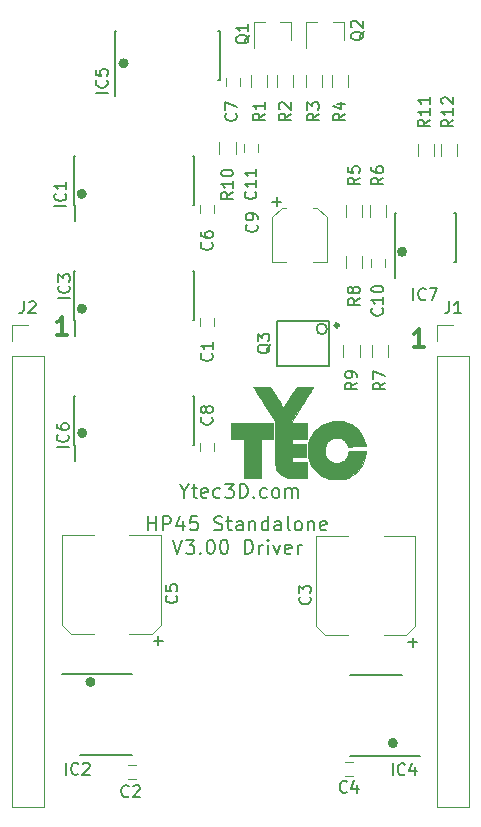
<source format=gto>
G04 #@! TF.FileFunction,Legend,Top*
%FSLAX46Y46*%
G04 Gerber Fmt 4.6, Leading zero omitted, Abs format (unit mm)*
G04 Created by KiCad (PCBNEW 4.0.6) date 03/31/18 20:17:10*
%MOMM*%
%LPD*%
G01*
G04 APERTURE LIST*
%ADD10C,0.100000*%
%ADD11C,0.400000*%
%ADD12C,0.300000*%
%ADD13C,0.200000*%
%ADD14C,0.150000*%
%ADD15C,0.120000*%
%ADD16C,0.010000*%
G04 APERTURE END LIST*
D10*
D11*
X87526385Y-78875000D02*
G75*
G03X87526385Y-78875000I-226385J0D01*
G01*
X113126385Y-84050000D02*
G75*
G03X113126385Y-84050000I-226385J0D01*
G01*
X86776385Y-37550000D02*
G75*
G03X86776385Y-37550000I-226385J0D01*
G01*
X113901385Y-42450000D02*
G75*
G03X113901385Y-42450000I-226385J0D01*
G01*
X90326385Y-26500000D02*
G75*
G03X90326385Y-26500000I-226385J0D01*
G01*
X86801385Y-47275000D02*
G75*
G03X86801385Y-47275000I-226385J0D01*
G01*
X86826385Y-57800000D02*
G75*
G03X86826385Y-57800000I-226385J0D01*
G01*
D12*
X115528572Y-50478571D02*
X114671429Y-50478571D01*
X115100001Y-50478571D02*
X115100001Y-48978571D01*
X114957144Y-49192857D01*
X114814286Y-49335714D01*
X114671429Y-49407143D01*
X85328572Y-49478571D02*
X84471429Y-49478571D01*
X84900001Y-49478571D02*
X84900001Y-47978571D01*
X84757144Y-48192857D01*
X84614286Y-48335714D01*
X84471429Y-48407143D01*
D13*
X92182144Y-66042857D02*
X92182144Y-64842857D01*
X92182144Y-65414286D02*
X92867859Y-65414286D01*
X92867859Y-66042857D02*
X92867859Y-64842857D01*
X93439287Y-66042857D02*
X93439287Y-64842857D01*
X93896430Y-64842857D01*
X94010716Y-64900000D01*
X94067859Y-64957143D01*
X94125002Y-65071429D01*
X94125002Y-65242857D01*
X94067859Y-65357143D01*
X94010716Y-65414286D01*
X93896430Y-65471429D01*
X93439287Y-65471429D01*
X95153573Y-65242857D02*
X95153573Y-66042857D01*
X94867859Y-64785714D02*
X94582144Y-65642857D01*
X95325002Y-65642857D01*
X96353573Y-64842857D02*
X95782144Y-64842857D01*
X95725001Y-65414286D01*
X95782144Y-65357143D01*
X95896430Y-65300000D01*
X96182144Y-65300000D01*
X96296430Y-65357143D01*
X96353573Y-65414286D01*
X96410716Y-65528571D01*
X96410716Y-65814286D01*
X96353573Y-65928571D01*
X96296430Y-65985714D01*
X96182144Y-66042857D01*
X95896430Y-66042857D01*
X95782144Y-65985714D01*
X95725001Y-65928571D01*
X97782144Y-65985714D02*
X97953573Y-66042857D01*
X98239287Y-66042857D01*
X98353573Y-65985714D01*
X98410716Y-65928571D01*
X98467859Y-65814286D01*
X98467859Y-65700000D01*
X98410716Y-65585714D01*
X98353573Y-65528571D01*
X98239287Y-65471429D01*
X98010716Y-65414286D01*
X97896430Y-65357143D01*
X97839287Y-65300000D01*
X97782144Y-65185714D01*
X97782144Y-65071429D01*
X97839287Y-64957143D01*
X97896430Y-64900000D01*
X98010716Y-64842857D01*
X98296430Y-64842857D01*
X98467859Y-64900000D01*
X98810716Y-65242857D02*
X99267859Y-65242857D01*
X98982144Y-64842857D02*
X98982144Y-65871429D01*
X99039287Y-65985714D01*
X99153573Y-66042857D01*
X99267859Y-66042857D01*
X100182144Y-66042857D02*
X100182144Y-65414286D01*
X100125001Y-65300000D01*
X100010715Y-65242857D01*
X99782144Y-65242857D01*
X99667858Y-65300000D01*
X100182144Y-65985714D02*
X100067858Y-66042857D01*
X99782144Y-66042857D01*
X99667858Y-65985714D01*
X99610715Y-65871429D01*
X99610715Y-65757143D01*
X99667858Y-65642857D01*
X99782144Y-65585714D01*
X100067858Y-65585714D01*
X100182144Y-65528571D01*
X100753572Y-65242857D02*
X100753572Y-66042857D01*
X100753572Y-65357143D02*
X100810715Y-65300000D01*
X100925001Y-65242857D01*
X101096429Y-65242857D01*
X101210715Y-65300000D01*
X101267858Y-65414286D01*
X101267858Y-66042857D01*
X102353572Y-66042857D02*
X102353572Y-64842857D01*
X102353572Y-65985714D02*
X102239286Y-66042857D01*
X102010715Y-66042857D01*
X101896429Y-65985714D01*
X101839286Y-65928571D01*
X101782143Y-65814286D01*
X101782143Y-65471429D01*
X101839286Y-65357143D01*
X101896429Y-65300000D01*
X102010715Y-65242857D01*
X102239286Y-65242857D01*
X102353572Y-65300000D01*
X103439286Y-66042857D02*
X103439286Y-65414286D01*
X103382143Y-65300000D01*
X103267857Y-65242857D01*
X103039286Y-65242857D01*
X102925000Y-65300000D01*
X103439286Y-65985714D02*
X103325000Y-66042857D01*
X103039286Y-66042857D01*
X102925000Y-65985714D01*
X102867857Y-65871429D01*
X102867857Y-65757143D01*
X102925000Y-65642857D01*
X103039286Y-65585714D01*
X103325000Y-65585714D01*
X103439286Y-65528571D01*
X104182143Y-66042857D02*
X104067857Y-65985714D01*
X104010714Y-65871429D01*
X104010714Y-64842857D01*
X104810714Y-66042857D02*
X104696428Y-65985714D01*
X104639285Y-65928571D01*
X104582142Y-65814286D01*
X104582142Y-65471429D01*
X104639285Y-65357143D01*
X104696428Y-65300000D01*
X104810714Y-65242857D01*
X104982142Y-65242857D01*
X105096428Y-65300000D01*
X105153571Y-65357143D01*
X105210714Y-65471429D01*
X105210714Y-65814286D01*
X105153571Y-65928571D01*
X105096428Y-65985714D01*
X104982142Y-66042857D01*
X104810714Y-66042857D01*
X105724999Y-65242857D02*
X105724999Y-66042857D01*
X105724999Y-65357143D02*
X105782142Y-65300000D01*
X105896428Y-65242857D01*
X106067856Y-65242857D01*
X106182142Y-65300000D01*
X106239285Y-65414286D01*
X106239285Y-66042857D01*
X107267856Y-65985714D02*
X107153570Y-66042857D01*
X106924999Y-66042857D01*
X106810713Y-65985714D01*
X106753570Y-65871429D01*
X106753570Y-65414286D01*
X106810713Y-65300000D01*
X106924999Y-65242857D01*
X107153570Y-65242857D01*
X107267856Y-65300000D01*
X107324999Y-65414286D01*
X107324999Y-65528571D01*
X106753570Y-65642857D01*
X94267858Y-66842857D02*
X94667858Y-68042857D01*
X95067858Y-66842857D01*
X95353572Y-66842857D02*
X96096429Y-66842857D01*
X95696429Y-67300000D01*
X95867857Y-67300000D01*
X95982143Y-67357143D01*
X96039286Y-67414286D01*
X96096429Y-67528571D01*
X96096429Y-67814286D01*
X96039286Y-67928571D01*
X95982143Y-67985714D01*
X95867857Y-68042857D01*
X95525000Y-68042857D01*
X95410714Y-67985714D01*
X95353572Y-67928571D01*
X96610714Y-67928571D02*
X96667857Y-67985714D01*
X96610714Y-68042857D01*
X96553571Y-67985714D01*
X96610714Y-67928571D01*
X96610714Y-68042857D01*
X97410715Y-66842857D02*
X97525000Y-66842857D01*
X97639286Y-66900000D01*
X97696429Y-66957143D01*
X97753572Y-67071429D01*
X97810715Y-67300000D01*
X97810715Y-67585714D01*
X97753572Y-67814286D01*
X97696429Y-67928571D01*
X97639286Y-67985714D01*
X97525000Y-68042857D01*
X97410715Y-68042857D01*
X97296429Y-67985714D01*
X97239286Y-67928571D01*
X97182143Y-67814286D01*
X97125000Y-67585714D01*
X97125000Y-67300000D01*
X97182143Y-67071429D01*
X97239286Y-66957143D01*
X97296429Y-66900000D01*
X97410715Y-66842857D01*
X98553572Y-66842857D02*
X98667857Y-66842857D01*
X98782143Y-66900000D01*
X98839286Y-66957143D01*
X98896429Y-67071429D01*
X98953572Y-67300000D01*
X98953572Y-67585714D01*
X98896429Y-67814286D01*
X98839286Y-67928571D01*
X98782143Y-67985714D01*
X98667857Y-68042857D01*
X98553572Y-68042857D01*
X98439286Y-67985714D01*
X98382143Y-67928571D01*
X98325000Y-67814286D01*
X98267857Y-67585714D01*
X98267857Y-67300000D01*
X98325000Y-67071429D01*
X98382143Y-66957143D01*
X98439286Y-66900000D01*
X98553572Y-66842857D01*
X100382143Y-68042857D02*
X100382143Y-66842857D01*
X100667858Y-66842857D01*
X100839286Y-66900000D01*
X100953572Y-67014286D01*
X101010715Y-67128571D01*
X101067858Y-67357143D01*
X101067858Y-67528571D01*
X101010715Y-67757143D01*
X100953572Y-67871429D01*
X100839286Y-67985714D01*
X100667858Y-68042857D01*
X100382143Y-68042857D01*
X101582143Y-68042857D02*
X101582143Y-67242857D01*
X101582143Y-67471429D02*
X101639286Y-67357143D01*
X101696429Y-67300000D01*
X101810715Y-67242857D01*
X101925000Y-67242857D01*
X102325000Y-68042857D02*
X102325000Y-67242857D01*
X102325000Y-66842857D02*
X102267857Y-66900000D01*
X102325000Y-66957143D01*
X102382143Y-66900000D01*
X102325000Y-66842857D01*
X102325000Y-66957143D01*
X102782144Y-67242857D02*
X103067858Y-68042857D01*
X103353572Y-67242857D01*
X104267858Y-67985714D02*
X104153572Y-68042857D01*
X103925001Y-68042857D01*
X103810715Y-67985714D01*
X103753572Y-67871429D01*
X103753572Y-67414286D01*
X103810715Y-67300000D01*
X103925001Y-67242857D01*
X104153572Y-67242857D01*
X104267858Y-67300000D01*
X104325001Y-67414286D01*
X104325001Y-67528571D01*
X103753572Y-67642857D01*
X104839286Y-68042857D02*
X104839286Y-67242857D01*
X104839286Y-67471429D02*
X104896429Y-67357143D01*
X104953572Y-67300000D01*
X105067858Y-67242857D01*
X105182143Y-67242857D01*
X95239287Y-62721429D02*
X95239287Y-63292857D01*
X94839287Y-62092857D02*
X95239287Y-62721429D01*
X95639287Y-62092857D01*
X95867858Y-62492857D02*
X96325001Y-62492857D01*
X96039286Y-62092857D02*
X96039286Y-63121429D01*
X96096429Y-63235714D01*
X96210715Y-63292857D01*
X96325001Y-63292857D01*
X97182143Y-63235714D02*
X97067857Y-63292857D01*
X96839286Y-63292857D01*
X96725000Y-63235714D01*
X96667857Y-63121429D01*
X96667857Y-62664286D01*
X96725000Y-62550000D01*
X96839286Y-62492857D01*
X97067857Y-62492857D01*
X97182143Y-62550000D01*
X97239286Y-62664286D01*
X97239286Y-62778571D01*
X96667857Y-62892857D01*
X98267857Y-63235714D02*
X98153571Y-63292857D01*
X97925000Y-63292857D01*
X97810714Y-63235714D01*
X97753571Y-63178571D01*
X97696428Y-63064286D01*
X97696428Y-62721429D01*
X97753571Y-62607143D01*
X97810714Y-62550000D01*
X97925000Y-62492857D01*
X98153571Y-62492857D01*
X98267857Y-62550000D01*
X98667857Y-62092857D02*
X99410714Y-62092857D01*
X99010714Y-62550000D01*
X99182142Y-62550000D01*
X99296428Y-62607143D01*
X99353571Y-62664286D01*
X99410714Y-62778571D01*
X99410714Y-63064286D01*
X99353571Y-63178571D01*
X99296428Y-63235714D01*
X99182142Y-63292857D01*
X98839285Y-63292857D01*
X98724999Y-63235714D01*
X98667857Y-63178571D01*
X99924999Y-63292857D02*
X99924999Y-62092857D01*
X100210714Y-62092857D01*
X100382142Y-62150000D01*
X100496428Y-62264286D01*
X100553571Y-62378571D01*
X100610714Y-62607143D01*
X100610714Y-62778571D01*
X100553571Y-63007143D01*
X100496428Y-63121429D01*
X100382142Y-63235714D01*
X100210714Y-63292857D01*
X99924999Y-63292857D01*
X101124999Y-63178571D02*
X101182142Y-63235714D01*
X101124999Y-63292857D01*
X101067856Y-63235714D01*
X101124999Y-63178571D01*
X101124999Y-63292857D01*
X102210714Y-63235714D02*
X102096428Y-63292857D01*
X101867857Y-63292857D01*
X101753571Y-63235714D01*
X101696428Y-63178571D01*
X101639285Y-63064286D01*
X101639285Y-62721429D01*
X101696428Y-62607143D01*
X101753571Y-62550000D01*
X101867857Y-62492857D01*
X102096428Y-62492857D01*
X102210714Y-62550000D01*
X102896428Y-63292857D02*
X102782142Y-63235714D01*
X102724999Y-63178571D01*
X102667856Y-63064286D01*
X102667856Y-62721429D01*
X102724999Y-62607143D01*
X102782142Y-62550000D01*
X102896428Y-62492857D01*
X103067856Y-62492857D01*
X103182142Y-62550000D01*
X103239285Y-62607143D01*
X103296428Y-62721429D01*
X103296428Y-63064286D01*
X103239285Y-63178571D01*
X103182142Y-63235714D01*
X103067856Y-63292857D01*
X102896428Y-63292857D01*
X103810713Y-63292857D02*
X103810713Y-62492857D01*
X103810713Y-62607143D02*
X103867856Y-62550000D01*
X103982142Y-62492857D01*
X104153570Y-62492857D01*
X104267856Y-62550000D01*
X104324999Y-62664286D01*
X104324999Y-63292857D01*
X104324999Y-62664286D02*
X104382142Y-62550000D01*
X104496428Y-62492857D01*
X104667856Y-62492857D01*
X104782142Y-62550000D01*
X104839285Y-62664286D01*
X104839285Y-63292857D01*
D14*
X85925000Y-48200000D02*
X85950000Y-48200000D01*
X85925000Y-44050000D02*
X86030000Y-44050000D01*
X96075000Y-44050000D02*
X95970000Y-44050000D01*
X96075000Y-48200000D02*
X95970000Y-48200000D01*
X85925000Y-48200000D02*
X85925000Y-44050000D01*
X96075000Y-48200000D02*
X96075000Y-44050000D01*
X85950000Y-48200000D02*
X85950000Y-49575000D01*
D15*
X96600000Y-48750000D02*
X96600000Y-48050000D01*
X97800000Y-48050000D02*
X97800000Y-48750000D01*
X91150000Y-87125000D02*
X90450000Y-87125000D01*
X90450000Y-85925000D02*
X91150000Y-85925000D01*
X114790000Y-66560000D02*
X112110000Y-66560000D01*
X106410000Y-66560000D02*
X109090000Y-66560000D01*
X107170000Y-74940000D02*
X109090000Y-74940000D01*
X114030000Y-74940000D02*
X112110000Y-74940000D01*
X114790000Y-66560000D02*
X114790000Y-74180000D01*
X114790000Y-74180000D02*
X114030000Y-74940000D01*
X107170000Y-74940000D02*
X106410000Y-74180000D01*
X106410000Y-74180000D02*
X106410000Y-66560000D01*
X109550000Y-86850000D02*
X108850000Y-86850000D01*
X108850000Y-85650000D02*
X109550000Y-85650000D01*
X96600000Y-39200000D02*
X96600000Y-38500000D01*
X97800000Y-38500000D02*
X97800000Y-39200000D01*
X98800000Y-28400000D02*
X98800000Y-27700000D01*
X100000000Y-27700000D02*
X100000000Y-28400000D01*
X96600000Y-59350000D02*
X96600000Y-58650000D01*
X97800000Y-58650000D02*
X97800000Y-59350000D01*
X103480000Y-38710000D02*
X103880000Y-38710000D01*
X102710000Y-43290000D02*
X103880000Y-43290000D01*
X107290000Y-43290000D02*
X106120000Y-43290000D01*
X106520000Y-38710000D02*
X106120000Y-38710000D01*
X102710000Y-39480000D02*
X102710000Y-43290000D01*
X102710000Y-39480000D02*
X103480000Y-38710000D01*
X107290000Y-39480000D02*
X107290000Y-43290000D01*
X107290000Y-39480000D02*
X106520000Y-38710000D01*
X111039708Y-43741646D02*
X111039708Y-43041646D01*
X112239708Y-43041646D02*
X112239708Y-43741646D01*
X101500000Y-33300000D02*
X101500000Y-34000000D01*
X100300000Y-34000000D02*
X100300000Y-33300000D01*
D14*
X85925000Y-38475000D02*
X85950000Y-38475000D01*
X85925000Y-34325000D02*
X86030000Y-34325000D01*
X96075000Y-34325000D02*
X95970000Y-34325000D01*
X96075000Y-38475000D02*
X95970000Y-38475000D01*
X85925000Y-38475000D02*
X85925000Y-34325000D01*
X96075000Y-38475000D02*
X96075000Y-34325000D01*
X85950000Y-38475000D02*
X85950000Y-39850000D01*
X86400000Y-85075000D02*
X90850000Y-85075000D01*
X84875000Y-78175000D02*
X90850000Y-78175000D01*
X113700000Y-78250000D02*
X109250000Y-78250000D01*
X115225000Y-85150000D02*
X109250000Y-85150000D01*
X89350000Y-27875000D02*
X89375000Y-27875000D01*
X89350000Y-23725000D02*
X89465000Y-23725000D01*
X98250000Y-23725000D02*
X98135000Y-23725000D01*
X98250000Y-27875000D02*
X98135000Y-27875000D01*
X89350000Y-27875000D02*
X89350000Y-23725000D01*
X98250000Y-27875000D02*
X98250000Y-23725000D01*
X89375000Y-27875000D02*
X89375000Y-29250000D01*
X85925000Y-58775000D02*
X85950000Y-58775000D01*
X85925000Y-54625000D02*
X86030000Y-54625000D01*
X96075000Y-54625000D02*
X95970000Y-54625000D01*
X96075000Y-58775000D02*
X95970000Y-58775000D01*
X85925000Y-58775000D02*
X85925000Y-54625000D01*
X96075000Y-58775000D02*
X96075000Y-54625000D01*
X85950000Y-58775000D02*
X85950000Y-60150000D01*
X113064708Y-43316646D02*
X113114708Y-43316646D01*
X113064708Y-39166646D02*
X113209708Y-39166646D01*
X118214708Y-39166646D02*
X118069708Y-39166646D01*
X118214708Y-43316646D02*
X118069708Y-43316646D01*
X113064708Y-43316646D02*
X113064708Y-39166646D01*
X118214708Y-43316646D02*
X118214708Y-39166646D01*
X113114708Y-43316646D02*
X113114708Y-44716646D01*
D15*
X104280000Y-23040000D02*
X103350000Y-23040000D01*
X101120000Y-23040000D02*
X102050000Y-23040000D01*
X101120000Y-23040000D02*
X101120000Y-25200000D01*
X104280000Y-23040000D02*
X104280000Y-24500000D01*
X108730000Y-23040000D02*
X107800000Y-23040000D01*
X105570000Y-23040000D02*
X106500000Y-23040000D01*
X105570000Y-23040000D02*
X105570000Y-25200000D01*
X108730000Y-23040000D02*
X108730000Y-24500000D01*
D12*
X108293921Y-48670000D02*
G75*
G03X108293921Y-48670000I-141421J0D01*
G01*
D14*
X107331513Y-48987500D02*
G75*
G03X107331513Y-48987500I-449013J0D01*
G01*
X107517500Y-48352500D02*
X103072500Y-48352500D01*
X103072500Y-48352500D02*
X103072500Y-52162500D01*
X103072500Y-52162500D02*
X107517500Y-52162500D01*
X107517500Y-52162500D02*
X107517500Y-48352500D01*
D15*
X100920000Y-28500000D02*
X100920000Y-27500000D01*
X102280000Y-27500000D02*
X102280000Y-28500000D01*
X103120000Y-28500000D02*
X103120000Y-27500000D01*
X104480000Y-27500000D02*
X104480000Y-28500000D01*
X105520000Y-28500000D02*
X105520000Y-27500000D01*
X106880000Y-27500000D02*
X106880000Y-28500000D01*
X107720000Y-28500000D02*
X107720000Y-27500000D01*
X109080000Y-27500000D02*
X109080000Y-28500000D01*
X108959708Y-39491646D02*
X108959708Y-38491646D01*
X110319708Y-38491646D02*
X110319708Y-39491646D01*
X112319708Y-38491646D02*
X112319708Y-39491646D01*
X110959708Y-39491646D02*
X110959708Y-38491646D01*
X112480000Y-50357029D02*
X112480000Y-51357029D01*
X111120000Y-51357029D02*
X111120000Y-50357029D01*
X108959708Y-43841646D02*
X108959708Y-42841646D01*
X110319708Y-42841646D02*
X110319708Y-43841646D01*
X108720000Y-51357029D02*
X108720000Y-50357029D01*
X110080000Y-50357029D02*
X110080000Y-51357029D01*
X99580000Y-33150000D02*
X99580000Y-34150000D01*
X98220000Y-34150000D02*
X98220000Y-33150000D01*
X116365219Y-33323175D02*
X116365219Y-34323175D01*
X115005219Y-34323175D02*
X115005219Y-33323175D01*
X118365219Y-33323175D02*
X118365219Y-34323175D01*
X117005219Y-34323175D02*
X117005219Y-33323175D01*
X116670000Y-51270000D02*
X116670000Y-89430000D01*
X116670000Y-89430000D02*
X119330000Y-89430000D01*
X119330000Y-89430000D02*
X119330000Y-51270000D01*
X119330000Y-51270000D02*
X116670000Y-51270000D01*
X116670000Y-50000000D02*
X116670000Y-48670000D01*
X116670000Y-48670000D02*
X118000000Y-48670000D01*
X80670000Y-51270000D02*
X80670000Y-89430000D01*
X80670000Y-89430000D02*
X83330000Y-89430000D01*
X83330000Y-89430000D02*
X83330000Y-51270000D01*
X83330000Y-51270000D02*
X80670000Y-51270000D01*
X80670000Y-50000000D02*
X80670000Y-48670000D01*
X80670000Y-48670000D02*
X82000000Y-48670000D01*
X93265000Y-66410000D02*
X90585000Y-66410000D01*
X84885000Y-66410000D02*
X87565000Y-66410000D01*
X85645000Y-74790000D02*
X87565000Y-74790000D01*
X92505000Y-74790000D02*
X90585000Y-74790000D01*
X93265000Y-66410000D02*
X93265000Y-74030000D01*
X93265000Y-74030000D02*
X92505000Y-74790000D01*
X85645000Y-74790000D02*
X84885000Y-74030000D01*
X84885000Y-74030000D02*
X84885000Y-66410000D01*
D16*
G36*
X108385760Y-56791965D02*
X108643622Y-56822665D01*
X108883424Y-56873493D01*
X109107939Y-56945536D01*
X109319939Y-57039881D01*
X109522196Y-57157616D01*
X109717483Y-57299828D01*
X109751558Y-57327652D01*
X109930716Y-57493703D01*
X110091048Y-57679088D01*
X110232935Y-57884440D01*
X110356754Y-58110389D01*
X110462884Y-58357569D01*
X110551704Y-58626613D01*
X110570551Y-58694746D01*
X110587028Y-58758178D01*
X110599836Y-58810776D01*
X110607709Y-58847094D01*
X110609381Y-58861688D01*
X110609366Y-58861703D01*
X110594789Y-58863411D01*
X110554790Y-58866720D01*
X110492114Y-58871435D01*
X110409502Y-58877364D01*
X110309700Y-58884312D01*
X110195449Y-58892087D01*
X110069494Y-58900494D01*
X109934579Y-58909341D01*
X109927389Y-58909808D01*
X109789127Y-58918855D01*
X109657249Y-58927615D01*
X109534886Y-58935871D01*
X109425166Y-58943405D01*
X109331221Y-58950001D01*
X109256179Y-58955441D01*
X109203169Y-58959508D01*
X109175922Y-58961920D01*
X109131480Y-58965342D01*
X109107200Y-58962030D01*
X109095487Y-58950371D01*
X109093055Y-58944328D01*
X109023454Y-58770747D01*
X108940049Y-58618177D01*
X108843841Y-58487905D01*
X108735829Y-58381222D01*
X108617013Y-58299416D01*
X108576591Y-58278568D01*
X108485259Y-58238396D01*
X108403647Y-58211165D01*
X108321897Y-58194772D01*
X108230152Y-58187111D01*
X108142334Y-58185860D01*
X107971067Y-58198691D01*
X107814263Y-58235579D01*
X107670757Y-58297080D01*
X107539383Y-58383751D01*
X107418977Y-58496148D01*
X107367508Y-58555954D01*
X107277874Y-58688750D01*
X107209112Y-58836671D01*
X107161513Y-58995533D01*
X107135363Y-59161154D01*
X107130954Y-59329349D01*
X107148574Y-59495935D01*
X107188512Y-59656729D01*
X107251056Y-59807547D01*
X107277667Y-59856056D01*
X107330976Y-59933390D01*
X107400709Y-60015259D01*
X107479089Y-60093720D01*
X107558337Y-60160833D01*
X107613302Y-60198725D01*
X107750034Y-60265808D01*
X107898538Y-60310696D01*
X108054180Y-60333537D01*
X108212323Y-60334483D01*
X108368334Y-60313683D01*
X108517575Y-60271286D01*
X108655413Y-60207443D01*
X108725331Y-60162780D01*
X108837058Y-60067930D01*
X108931059Y-59954881D01*
X109008205Y-59822112D01*
X109069367Y-59668104D01*
X109115414Y-59491336D01*
X109118544Y-59475797D01*
X109149986Y-59316437D01*
X109552799Y-59325723D01*
X109680443Y-59328726D01*
X109820381Y-59332122D01*
X109963817Y-59335691D01*
X110101956Y-59339212D01*
X110226002Y-59342465D01*
X110290564Y-59344211D01*
X110625517Y-59353415D01*
X110617307Y-59411180D01*
X110599478Y-59519603D01*
X110575254Y-59642701D01*
X110546736Y-59771328D01*
X110516023Y-59896337D01*
X110485216Y-60008582D01*
X110465639Y-60071872D01*
X110368016Y-60329622D01*
X110251540Y-60567234D01*
X110116544Y-60784304D01*
X109963362Y-60980430D01*
X109792326Y-61155206D01*
X109603770Y-61308230D01*
X109398026Y-61439097D01*
X109292389Y-61494351D01*
X109081032Y-61584149D01*
X108856187Y-61653070D01*
X108614808Y-61701967D01*
X108488056Y-61719048D01*
X108399013Y-61726276D01*
X108290824Y-61730496D01*
X108171781Y-61731787D01*
X108050178Y-61730226D01*
X107934309Y-61725890D01*
X107832466Y-61718857D01*
X107774139Y-61712393D01*
X107520862Y-61666561D01*
X107285184Y-61599958D01*
X107064391Y-61511238D01*
X106855774Y-61399052D01*
X106656620Y-61262056D01*
X106464218Y-61098900D01*
X106384551Y-61022031D01*
X106224509Y-60849762D01*
X106089365Y-60676606D01*
X105976071Y-60497744D01*
X105881578Y-60308355D01*
X105802838Y-60103617D01*
X105801818Y-60100576D01*
X105738205Y-59869344D01*
X105696813Y-59625626D01*
X105677628Y-59374318D01*
X105680635Y-59120313D01*
X105705820Y-58868506D01*
X105753168Y-58623791D01*
X105806838Y-58436879D01*
X105897678Y-58208503D01*
X106014963Y-57988461D01*
X106157792Y-57778122D01*
X106325261Y-57578856D01*
X106465701Y-57438230D01*
X106665893Y-57270474D01*
X106880272Y-57126773D01*
X107107615Y-57007537D01*
X107346698Y-56913181D01*
X107596295Y-56844115D01*
X107855184Y-56800751D01*
X108122139Y-56783503D01*
X108385760Y-56791965D01*
X108385760Y-56791965D01*
G37*
X108385760Y-56791965D02*
X108643622Y-56822665D01*
X108883424Y-56873493D01*
X109107939Y-56945536D01*
X109319939Y-57039881D01*
X109522196Y-57157616D01*
X109717483Y-57299828D01*
X109751558Y-57327652D01*
X109930716Y-57493703D01*
X110091048Y-57679088D01*
X110232935Y-57884440D01*
X110356754Y-58110389D01*
X110462884Y-58357569D01*
X110551704Y-58626613D01*
X110570551Y-58694746D01*
X110587028Y-58758178D01*
X110599836Y-58810776D01*
X110607709Y-58847094D01*
X110609381Y-58861688D01*
X110609366Y-58861703D01*
X110594789Y-58863411D01*
X110554790Y-58866720D01*
X110492114Y-58871435D01*
X110409502Y-58877364D01*
X110309700Y-58884312D01*
X110195449Y-58892087D01*
X110069494Y-58900494D01*
X109934579Y-58909341D01*
X109927389Y-58909808D01*
X109789127Y-58918855D01*
X109657249Y-58927615D01*
X109534886Y-58935871D01*
X109425166Y-58943405D01*
X109331221Y-58950001D01*
X109256179Y-58955441D01*
X109203169Y-58959508D01*
X109175922Y-58961920D01*
X109131480Y-58965342D01*
X109107200Y-58962030D01*
X109095487Y-58950371D01*
X109093055Y-58944328D01*
X109023454Y-58770747D01*
X108940049Y-58618177D01*
X108843841Y-58487905D01*
X108735829Y-58381222D01*
X108617013Y-58299416D01*
X108576591Y-58278568D01*
X108485259Y-58238396D01*
X108403647Y-58211165D01*
X108321897Y-58194772D01*
X108230152Y-58187111D01*
X108142334Y-58185860D01*
X107971067Y-58198691D01*
X107814263Y-58235579D01*
X107670757Y-58297080D01*
X107539383Y-58383751D01*
X107418977Y-58496148D01*
X107367508Y-58555954D01*
X107277874Y-58688750D01*
X107209112Y-58836671D01*
X107161513Y-58995533D01*
X107135363Y-59161154D01*
X107130954Y-59329349D01*
X107148574Y-59495935D01*
X107188512Y-59656729D01*
X107251056Y-59807547D01*
X107277667Y-59856056D01*
X107330976Y-59933390D01*
X107400709Y-60015259D01*
X107479089Y-60093720D01*
X107558337Y-60160833D01*
X107613302Y-60198725D01*
X107750034Y-60265808D01*
X107898538Y-60310696D01*
X108054180Y-60333537D01*
X108212323Y-60334483D01*
X108368334Y-60313683D01*
X108517575Y-60271286D01*
X108655413Y-60207443D01*
X108725331Y-60162780D01*
X108837058Y-60067930D01*
X108931059Y-59954881D01*
X109008205Y-59822112D01*
X109069367Y-59668104D01*
X109115414Y-59491336D01*
X109118544Y-59475797D01*
X109149986Y-59316437D01*
X109552799Y-59325723D01*
X109680443Y-59328726D01*
X109820381Y-59332122D01*
X109963817Y-59335691D01*
X110101956Y-59339212D01*
X110226002Y-59342465D01*
X110290564Y-59344211D01*
X110625517Y-59353415D01*
X110617307Y-59411180D01*
X110599478Y-59519603D01*
X110575254Y-59642701D01*
X110546736Y-59771328D01*
X110516023Y-59896337D01*
X110485216Y-60008582D01*
X110465639Y-60071872D01*
X110368016Y-60329622D01*
X110251540Y-60567234D01*
X110116544Y-60784304D01*
X109963362Y-60980430D01*
X109792326Y-61155206D01*
X109603770Y-61308230D01*
X109398026Y-61439097D01*
X109292389Y-61494351D01*
X109081032Y-61584149D01*
X108856187Y-61653070D01*
X108614808Y-61701967D01*
X108488056Y-61719048D01*
X108399013Y-61726276D01*
X108290824Y-61730496D01*
X108171781Y-61731787D01*
X108050178Y-61730226D01*
X107934309Y-61725890D01*
X107832466Y-61718857D01*
X107774139Y-61712393D01*
X107520862Y-61666561D01*
X107285184Y-61599958D01*
X107064391Y-61511238D01*
X106855774Y-61399052D01*
X106656620Y-61262056D01*
X106464218Y-61098900D01*
X106384551Y-61022031D01*
X106224509Y-60849762D01*
X106089365Y-60676606D01*
X105976071Y-60497744D01*
X105881578Y-60308355D01*
X105802838Y-60103617D01*
X105801818Y-60100576D01*
X105738205Y-59869344D01*
X105696813Y-59625626D01*
X105677628Y-59374318D01*
X105680635Y-59120313D01*
X105705820Y-58868506D01*
X105753168Y-58623791D01*
X105806838Y-58436879D01*
X105897678Y-58208503D01*
X106014963Y-57988461D01*
X106157792Y-57778122D01*
X106325261Y-57578856D01*
X106465701Y-57438230D01*
X106665893Y-57270474D01*
X106880272Y-57126773D01*
X107107615Y-57007537D01*
X107346698Y-56913181D01*
X107596295Y-56844115D01*
X107855184Y-56800751D01*
X108122139Y-56783503D01*
X108385760Y-56791965D01*
G36*
X102780112Y-58290667D02*
X101707667Y-58290667D01*
X101707667Y-61635000D01*
X100296556Y-61635000D01*
X100296556Y-58290667D01*
X99224112Y-58290667D01*
X99224112Y-56921889D01*
X102780112Y-56921889D01*
X102780112Y-58290667D01*
X102780112Y-58290667D01*
G37*
X102780112Y-58290667D02*
X101707667Y-58290667D01*
X101707667Y-61635000D01*
X100296556Y-61635000D01*
X100296556Y-58290667D01*
X99224112Y-58290667D01*
X99224112Y-56921889D01*
X102780112Y-56921889D01*
X102780112Y-58290667D01*
G36*
X105594586Y-53916430D02*
X105722670Y-53917027D01*
X105839093Y-53917972D01*
X105941165Y-53919223D01*
X106026196Y-53920739D01*
X106091493Y-53922481D01*
X106134368Y-53924406D01*
X106152128Y-53926475D01*
X106152460Y-53926806D01*
X106145032Y-53940643D01*
X106123944Y-53975557D01*
X106090850Y-54028916D01*
X106047404Y-54098091D01*
X105995259Y-54180451D01*
X105936069Y-54273366D01*
X105871488Y-54374205D01*
X105857486Y-54396000D01*
X105801072Y-54483874D01*
X105731468Y-54592464D01*
X105650646Y-54718682D01*
X105560582Y-54859443D01*
X105463248Y-55011658D01*
X105360617Y-55172241D01*
X105254663Y-55338105D01*
X105147360Y-55506163D01*
X105040681Y-55673329D01*
X104947526Y-55819377D01*
X104332334Y-56784143D01*
X104332334Y-59209572D01*
X104332297Y-59526992D01*
X104332183Y-59817250D01*
X104331983Y-60081403D01*
X104331689Y-60320510D01*
X104331294Y-60535632D01*
X104330790Y-60727825D01*
X104330170Y-60898150D01*
X104329425Y-61047665D01*
X104328549Y-61177430D01*
X104327533Y-61288502D01*
X104326369Y-61381942D01*
X104325050Y-61458807D01*
X104323569Y-61520158D01*
X104321916Y-61567052D01*
X104320086Y-61600548D01*
X104318070Y-61621707D01*
X104315860Y-61631585D01*
X104314695Y-61632628D01*
X104289968Y-61629886D01*
X104250858Y-61626071D01*
X104240612Y-61625128D01*
X104153555Y-61613833D01*
X104051916Y-61595366D01*
X103947637Y-61572195D01*
X103852657Y-61546794D01*
X103833167Y-61540827D01*
X103649156Y-61469741D01*
X103485417Y-61379072D01*
X103342158Y-61269080D01*
X103219584Y-61140027D01*
X103117901Y-60992172D01*
X103037315Y-60825778D01*
X102978031Y-60641104D01*
X102940256Y-60438412D01*
X102936225Y-60404362D01*
X102933669Y-60365956D01*
X102931336Y-60299740D01*
X102929231Y-60206127D01*
X102927357Y-60085527D01*
X102925718Y-59938352D01*
X102924315Y-59765014D01*
X102923154Y-59565925D01*
X102922237Y-59341497D01*
X102921567Y-59092140D01*
X102921149Y-58818267D01*
X102920985Y-58527584D01*
X102920748Y-56787834D01*
X102244742Y-55729500D01*
X102084830Y-55479115D01*
X101939535Y-55251541D01*
X101808249Y-55045823D01*
X101690369Y-54861007D01*
X101585288Y-54696137D01*
X101492401Y-54550260D01*
X101411104Y-54422419D01*
X101340790Y-54311661D01*
X101280855Y-54217030D01*
X101230693Y-54137572D01*
X101189699Y-54072332D01*
X101157267Y-54020355D01*
X101132793Y-53980686D01*
X101115670Y-53952371D01*
X101105294Y-53934455D01*
X101101059Y-53925982D01*
X101100889Y-53925228D01*
X101114558Y-53923482D01*
X101153798Y-53921858D01*
X101215955Y-53920387D01*
X101298379Y-53919101D01*
X101398417Y-53918034D01*
X101513418Y-53917218D01*
X101640730Y-53916685D01*
X101777700Y-53916467D01*
X101817028Y-53916467D01*
X102533167Y-53916711D01*
X102746844Y-54258661D01*
X102889450Y-54486764D01*
X103017663Y-54691597D01*
X103131942Y-54873886D01*
X103232747Y-55034359D01*
X103320540Y-55173742D01*
X103395782Y-55292762D01*
X103458932Y-55392145D01*
X103510452Y-55472617D01*
X103550802Y-55534906D01*
X103580444Y-55579738D01*
X103599836Y-55607839D01*
X103609441Y-55619936D01*
X103610299Y-55620526D01*
X103619977Y-55609767D01*
X103643993Y-55577322D01*
X103681089Y-55525027D01*
X103730008Y-55454715D01*
X103789493Y-55368224D01*
X103858287Y-55267388D01*
X103935131Y-55154043D01*
X104018769Y-55030025D01*
X104107943Y-54897168D01*
X104192622Y-54770466D01*
X104762395Y-53916223D01*
X105457531Y-53916223D01*
X105594586Y-53916430D01*
X105594586Y-53916430D01*
G37*
X105594586Y-53916430D02*
X105722670Y-53917027D01*
X105839093Y-53917972D01*
X105941165Y-53919223D01*
X106026196Y-53920739D01*
X106091493Y-53922481D01*
X106134368Y-53924406D01*
X106152128Y-53926475D01*
X106152460Y-53926806D01*
X106145032Y-53940643D01*
X106123944Y-53975557D01*
X106090850Y-54028916D01*
X106047404Y-54098091D01*
X105995259Y-54180451D01*
X105936069Y-54273366D01*
X105871488Y-54374205D01*
X105857486Y-54396000D01*
X105801072Y-54483874D01*
X105731468Y-54592464D01*
X105650646Y-54718682D01*
X105560582Y-54859443D01*
X105463248Y-55011658D01*
X105360617Y-55172241D01*
X105254663Y-55338105D01*
X105147360Y-55506163D01*
X105040681Y-55673329D01*
X104947526Y-55819377D01*
X104332334Y-56784143D01*
X104332334Y-59209572D01*
X104332297Y-59526992D01*
X104332183Y-59817250D01*
X104331983Y-60081403D01*
X104331689Y-60320510D01*
X104331294Y-60535632D01*
X104330790Y-60727825D01*
X104330170Y-60898150D01*
X104329425Y-61047665D01*
X104328549Y-61177430D01*
X104327533Y-61288502D01*
X104326369Y-61381942D01*
X104325050Y-61458807D01*
X104323569Y-61520158D01*
X104321916Y-61567052D01*
X104320086Y-61600548D01*
X104318070Y-61621707D01*
X104315860Y-61631585D01*
X104314695Y-61632628D01*
X104289968Y-61629886D01*
X104250858Y-61626071D01*
X104240612Y-61625128D01*
X104153555Y-61613833D01*
X104051916Y-61595366D01*
X103947637Y-61572195D01*
X103852657Y-61546794D01*
X103833167Y-61540827D01*
X103649156Y-61469741D01*
X103485417Y-61379072D01*
X103342158Y-61269080D01*
X103219584Y-61140027D01*
X103117901Y-60992172D01*
X103037315Y-60825778D01*
X102978031Y-60641104D01*
X102940256Y-60438412D01*
X102936225Y-60404362D01*
X102933669Y-60365956D01*
X102931336Y-60299740D01*
X102929231Y-60206127D01*
X102927357Y-60085527D01*
X102925718Y-59938352D01*
X102924315Y-59765014D01*
X102923154Y-59565925D01*
X102922237Y-59341497D01*
X102921567Y-59092140D01*
X102921149Y-58818267D01*
X102920985Y-58527584D01*
X102920748Y-56787834D01*
X102244742Y-55729500D01*
X102084830Y-55479115D01*
X101939535Y-55251541D01*
X101808249Y-55045823D01*
X101690369Y-54861007D01*
X101585288Y-54696137D01*
X101492401Y-54550260D01*
X101411104Y-54422419D01*
X101340790Y-54311661D01*
X101280855Y-54217030D01*
X101230693Y-54137572D01*
X101189699Y-54072332D01*
X101157267Y-54020355D01*
X101132793Y-53980686D01*
X101115670Y-53952371D01*
X101105294Y-53934455D01*
X101101059Y-53925982D01*
X101100889Y-53925228D01*
X101114558Y-53923482D01*
X101153798Y-53921858D01*
X101215955Y-53920387D01*
X101298379Y-53919101D01*
X101398417Y-53918034D01*
X101513418Y-53917218D01*
X101640730Y-53916685D01*
X101777700Y-53916467D01*
X101817028Y-53916467D01*
X102533167Y-53916711D01*
X102746844Y-54258661D01*
X102889450Y-54486764D01*
X103017663Y-54691597D01*
X103131942Y-54873886D01*
X103232747Y-55034359D01*
X103320540Y-55173742D01*
X103395782Y-55292762D01*
X103458932Y-55392145D01*
X103510452Y-55472617D01*
X103550802Y-55534906D01*
X103580444Y-55579738D01*
X103599836Y-55607839D01*
X103609441Y-55619936D01*
X103610299Y-55620526D01*
X103619977Y-55609767D01*
X103643993Y-55577322D01*
X103681089Y-55525027D01*
X103730008Y-55454715D01*
X103789493Y-55368224D01*
X103858287Y-55267388D01*
X103935131Y-55154043D01*
X104018769Y-55030025D01*
X104107943Y-54897168D01*
X104192622Y-54770466D01*
X104762395Y-53916223D01*
X105457531Y-53916223D01*
X105594586Y-53916430D01*
G36*
X105630556Y-61635000D02*
X104473445Y-61635000D01*
X104473445Y-60266223D01*
X105630556Y-60266223D01*
X105630556Y-61635000D01*
X105630556Y-61635000D01*
G37*
X105630556Y-61635000D02*
X104473445Y-61635000D01*
X104473445Y-60266223D01*
X105630556Y-60266223D01*
X105630556Y-61635000D01*
G36*
X105531778Y-59800556D02*
X104473445Y-59800556D01*
X104473445Y-58742223D01*
X105531778Y-58742223D01*
X105531778Y-59800556D01*
X105531778Y-59800556D01*
G37*
X105531778Y-59800556D02*
X104473445Y-59800556D01*
X104473445Y-58742223D01*
X105531778Y-58742223D01*
X105531778Y-59800556D01*
G36*
X105630556Y-58290667D02*
X104473445Y-58290667D01*
X104473445Y-56921889D01*
X105630556Y-56921889D01*
X105630556Y-58290667D01*
X105630556Y-58290667D01*
G37*
X105630556Y-58290667D02*
X104473445Y-58290667D01*
X104473445Y-56921889D01*
X105630556Y-56921889D01*
X105630556Y-58290667D01*
D14*
X85552381Y-46376190D02*
X84552381Y-46376190D01*
X85457143Y-45328571D02*
X85504762Y-45376190D01*
X85552381Y-45519047D01*
X85552381Y-45614285D01*
X85504762Y-45757143D01*
X85409524Y-45852381D01*
X85314286Y-45900000D01*
X85123810Y-45947619D01*
X84980952Y-45947619D01*
X84790476Y-45900000D01*
X84695238Y-45852381D01*
X84600000Y-45757143D01*
X84552381Y-45614285D01*
X84552381Y-45519047D01*
X84600000Y-45376190D01*
X84647619Y-45328571D01*
X84552381Y-44995238D02*
X84552381Y-44376190D01*
X84933333Y-44709524D01*
X84933333Y-44566666D01*
X84980952Y-44471428D01*
X85028571Y-44423809D01*
X85123810Y-44376190D01*
X85361905Y-44376190D01*
X85457143Y-44423809D01*
X85504762Y-44471428D01*
X85552381Y-44566666D01*
X85552381Y-44852381D01*
X85504762Y-44947619D01*
X85457143Y-44995238D01*
X97557143Y-51066666D02*
X97604762Y-51114285D01*
X97652381Y-51257142D01*
X97652381Y-51352380D01*
X97604762Y-51495238D01*
X97509524Y-51590476D01*
X97414286Y-51638095D01*
X97223810Y-51685714D01*
X97080952Y-51685714D01*
X96890476Y-51638095D01*
X96795238Y-51590476D01*
X96700000Y-51495238D01*
X96652381Y-51352380D01*
X96652381Y-51257142D01*
X96700000Y-51114285D01*
X96747619Y-51066666D01*
X97652381Y-50114285D02*
X97652381Y-50685714D01*
X97652381Y-50400000D02*
X96652381Y-50400000D01*
X96795238Y-50495238D01*
X96890476Y-50590476D01*
X96938095Y-50685714D01*
X90533334Y-88532143D02*
X90485715Y-88579762D01*
X90342858Y-88627381D01*
X90247620Y-88627381D01*
X90104762Y-88579762D01*
X90009524Y-88484524D01*
X89961905Y-88389286D01*
X89914286Y-88198810D01*
X89914286Y-88055952D01*
X89961905Y-87865476D01*
X90009524Y-87770238D01*
X90104762Y-87675000D01*
X90247620Y-87627381D01*
X90342858Y-87627381D01*
X90485715Y-87675000D01*
X90533334Y-87722619D01*
X90914286Y-87722619D02*
X90961905Y-87675000D01*
X91057143Y-87627381D01*
X91295239Y-87627381D01*
X91390477Y-87675000D01*
X91438096Y-87722619D01*
X91485715Y-87817857D01*
X91485715Y-87913095D01*
X91438096Y-88055952D01*
X90866667Y-88627381D01*
X91485715Y-88627381D01*
X105857143Y-71666666D02*
X105904762Y-71714285D01*
X105952381Y-71857142D01*
X105952381Y-71952380D01*
X105904762Y-72095238D01*
X105809524Y-72190476D01*
X105714286Y-72238095D01*
X105523810Y-72285714D01*
X105380952Y-72285714D01*
X105190476Y-72238095D01*
X105095238Y-72190476D01*
X105000000Y-72095238D01*
X104952381Y-71952380D01*
X104952381Y-71857142D01*
X105000000Y-71714285D01*
X105047619Y-71666666D01*
X104952381Y-71333333D02*
X104952381Y-70714285D01*
X105333333Y-71047619D01*
X105333333Y-70904761D01*
X105380952Y-70809523D01*
X105428571Y-70761904D01*
X105523810Y-70714285D01*
X105761905Y-70714285D01*
X105857143Y-70761904D01*
X105904762Y-70809523D01*
X105952381Y-70904761D01*
X105952381Y-71190476D01*
X105904762Y-71285714D01*
X105857143Y-71333333D01*
X114571429Y-75910952D02*
X114571429Y-75149047D01*
X114952381Y-75529999D02*
X114190476Y-75529999D01*
X109008334Y-88157143D02*
X108960715Y-88204762D01*
X108817858Y-88252381D01*
X108722620Y-88252381D01*
X108579762Y-88204762D01*
X108484524Y-88109524D01*
X108436905Y-88014286D01*
X108389286Y-87823810D01*
X108389286Y-87680952D01*
X108436905Y-87490476D01*
X108484524Y-87395238D01*
X108579762Y-87300000D01*
X108722620Y-87252381D01*
X108817858Y-87252381D01*
X108960715Y-87300000D01*
X109008334Y-87347619D01*
X109865477Y-87585714D02*
X109865477Y-88252381D01*
X109627381Y-87204762D02*
X109389286Y-87919048D01*
X110008334Y-87919048D01*
X97557143Y-41666666D02*
X97604762Y-41714285D01*
X97652381Y-41857142D01*
X97652381Y-41952380D01*
X97604762Y-42095238D01*
X97509524Y-42190476D01*
X97414286Y-42238095D01*
X97223810Y-42285714D01*
X97080952Y-42285714D01*
X96890476Y-42238095D01*
X96795238Y-42190476D01*
X96700000Y-42095238D01*
X96652381Y-41952380D01*
X96652381Y-41857142D01*
X96700000Y-41714285D01*
X96747619Y-41666666D01*
X96652381Y-40809523D02*
X96652381Y-41000000D01*
X96700000Y-41095238D01*
X96747619Y-41142857D01*
X96890476Y-41238095D01*
X97080952Y-41285714D01*
X97461905Y-41285714D01*
X97557143Y-41238095D01*
X97604762Y-41190476D01*
X97652381Y-41095238D01*
X97652381Y-40904761D01*
X97604762Y-40809523D01*
X97557143Y-40761904D01*
X97461905Y-40714285D01*
X97223810Y-40714285D01*
X97128571Y-40761904D01*
X97080952Y-40809523D01*
X97033333Y-40904761D01*
X97033333Y-41095238D01*
X97080952Y-41190476D01*
X97128571Y-41238095D01*
X97223810Y-41285714D01*
X99607143Y-30746666D02*
X99654762Y-30794285D01*
X99702381Y-30937142D01*
X99702381Y-31032380D01*
X99654762Y-31175238D01*
X99559524Y-31270476D01*
X99464286Y-31318095D01*
X99273810Y-31365714D01*
X99130952Y-31365714D01*
X98940476Y-31318095D01*
X98845238Y-31270476D01*
X98750000Y-31175238D01*
X98702381Y-31032380D01*
X98702381Y-30937142D01*
X98750000Y-30794285D01*
X98797619Y-30746666D01*
X98702381Y-30413333D02*
X98702381Y-29746666D01*
X99702381Y-30175238D01*
X97557143Y-56466666D02*
X97604762Y-56514285D01*
X97652381Y-56657142D01*
X97652381Y-56752380D01*
X97604762Y-56895238D01*
X97509524Y-56990476D01*
X97414286Y-57038095D01*
X97223810Y-57085714D01*
X97080952Y-57085714D01*
X96890476Y-57038095D01*
X96795238Y-56990476D01*
X96700000Y-56895238D01*
X96652381Y-56752380D01*
X96652381Y-56657142D01*
X96700000Y-56514285D01*
X96747619Y-56466666D01*
X97080952Y-55895238D02*
X97033333Y-55990476D01*
X96985714Y-56038095D01*
X96890476Y-56085714D01*
X96842857Y-56085714D01*
X96747619Y-56038095D01*
X96700000Y-55990476D01*
X96652381Y-55895238D01*
X96652381Y-55704761D01*
X96700000Y-55609523D01*
X96747619Y-55561904D01*
X96842857Y-55514285D01*
X96890476Y-55514285D01*
X96985714Y-55561904D01*
X97033333Y-55609523D01*
X97080952Y-55704761D01*
X97080952Y-55895238D01*
X97128571Y-55990476D01*
X97176190Y-56038095D01*
X97271429Y-56085714D01*
X97461905Y-56085714D01*
X97557143Y-56038095D01*
X97604762Y-55990476D01*
X97652381Y-55895238D01*
X97652381Y-55704761D01*
X97604762Y-55609523D01*
X97557143Y-55561904D01*
X97461905Y-55514285D01*
X97271429Y-55514285D01*
X97176190Y-55561904D01*
X97128571Y-55609523D01*
X97080952Y-55704761D01*
X101357143Y-40166666D02*
X101404762Y-40214285D01*
X101452381Y-40357142D01*
X101452381Y-40452380D01*
X101404762Y-40595238D01*
X101309524Y-40690476D01*
X101214286Y-40738095D01*
X101023810Y-40785714D01*
X100880952Y-40785714D01*
X100690476Y-40738095D01*
X100595238Y-40690476D01*
X100500000Y-40595238D01*
X100452381Y-40452380D01*
X100452381Y-40357142D01*
X100500000Y-40214285D01*
X100547619Y-40166666D01*
X101452381Y-39690476D02*
X101452381Y-39500000D01*
X101404762Y-39404761D01*
X101357143Y-39357142D01*
X101214286Y-39261904D01*
X101023810Y-39214285D01*
X100642857Y-39214285D01*
X100547619Y-39261904D01*
X100500000Y-39309523D01*
X100452381Y-39404761D01*
X100452381Y-39595238D01*
X100500000Y-39690476D01*
X100547619Y-39738095D01*
X100642857Y-39785714D01*
X100880952Y-39785714D01*
X100976190Y-39738095D01*
X101023810Y-39690476D01*
X101071429Y-39595238D01*
X101071429Y-39404761D01*
X101023810Y-39309523D01*
X100976190Y-39261904D01*
X100880952Y-39214285D01*
X103061429Y-38600952D02*
X103061429Y-37839047D01*
X103442381Y-38219999D02*
X102680476Y-38219999D01*
X111996851Y-47234503D02*
X112044470Y-47282122D01*
X112092089Y-47424979D01*
X112092089Y-47520217D01*
X112044470Y-47663075D01*
X111949232Y-47758313D01*
X111853994Y-47805932D01*
X111663518Y-47853551D01*
X111520660Y-47853551D01*
X111330184Y-47805932D01*
X111234946Y-47758313D01*
X111139708Y-47663075D01*
X111092089Y-47520217D01*
X111092089Y-47424979D01*
X111139708Y-47282122D01*
X111187327Y-47234503D01*
X112092089Y-46282122D02*
X112092089Y-46853551D01*
X112092089Y-46567837D02*
X111092089Y-46567837D01*
X111234946Y-46663075D01*
X111330184Y-46758313D01*
X111377803Y-46853551D01*
X111092089Y-45663075D02*
X111092089Y-45567836D01*
X111139708Y-45472598D01*
X111187327Y-45424979D01*
X111282565Y-45377360D01*
X111473041Y-45329741D01*
X111711137Y-45329741D01*
X111901613Y-45377360D01*
X111996851Y-45424979D01*
X112044470Y-45472598D01*
X112092089Y-45567836D01*
X112092089Y-45663075D01*
X112044470Y-45758313D01*
X111996851Y-45805932D01*
X111901613Y-45853551D01*
X111711137Y-45901170D01*
X111473041Y-45901170D01*
X111282565Y-45853551D01*
X111187327Y-45805932D01*
X111139708Y-45758313D01*
X111092089Y-45663075D01*
X101257143Y-37372857D02*
X101304762Y-37420476D01*
X101352381Y-37563333D01*
X101352381Y-37658571D01*
X101304762Y-37801429D01*
X101209524Y-37896667D01*
X101114286Y-37944286D01*
X100923810Y-37991905D01*
X100780952Y-37991905D01*
X100590476Y-37944286D01*
X100495238Y-37896667D01*
X100400000Y-37801429D01*
X100352381Y-37658571D01*
X100352381Y-37563333D01*
X100400000Y-37420476D01*
X100447619Y-37372857D01*
X101352381Y-36420476D02*
X101352381Y-36991905D01*
X101352381Y-36706191D02*
X100352381Y-36706191D01*
X100495238Y-36801429D01*
X100590476Y-36896667D01*
X100638095Y-36991905D01*
X101352381Y-35468095D02*
X101352381Y-36039524D01*
X101352381Y-35753810D02*
X100352381Y-35753810D01*
X100495238Y-35849048D01*
X100590476Y-35944286D01*
X100638095Y-36039524D01*
X85252381Y-38576190D02*
X84252381Y-38576190D01*
X85157143Y-37528571D02*
X85204762Y-37576190D01*
X85252381Y-37719047D01*
X85252381Y-37814285D01*
X85204762Y-37957143D01*
X85109524Y-38052381D01*
X85014286Y-38100000D01*
X84823810Y-38147619D01*
X84680952Y-38147619D01*
X84490476Y-38100000D01*
X84395238Y-38052381D01*
X84300000Y-37957143D01*
X84252381Y-37814285D01*
X84252381Y-37719047D01*
X84300000Y-37576190D01*
X84347619Y-37528571D01*
X85252381Y-36576190D02*
X85252381Y-37147619D01*
X85252381Y-36861905D02*
X84252381Y-36861905D01*
X84395238Y-36957143D01*
X84490476Y-37052381D01*
X84538095Y-37147619D01*
X85223810Y-86727381D02*
X85223810Y-85727381D01*
X86271429Y-86632143D02*
X86223810Y-86679762D01*
X86080953Y-86727381D01*
X85985715Y-86727381D01*
X85842857Y-86679762D01*
X85747619Y-86584524D01*
X85700000Y-86489286D01*
X85652381Y-86298810D01*
X85652381Y-86155952D01*
X85700000Y-85965476D01*
X85747619Y-85870238D01*
X85842857Y-85775000D01*
X85985715Y-85727381D01*
X86080953Y-85727381D01*
X86223810Y-85775000D01*
X86271429Y-85822619D01*
X86652381Y-85822619D02*
X86700000Y-85775000D01*
X86795238Y-85727381D01*
X87033334Y-85727381D01*
X87128572Y-85775000D01*
X87176191Y-85822619D01*
X87223810Y-85917857D01*
X87223810Y-86013095D01*
X87176191Y-86155952D01*
X86604762Y-86727381D01*
X87223810Y-86727381D01*
X112873810Y-86777381D02*
X112873810Y-85777381D01*
X113921429Y-86682143D02*
X113873810Y-86729762D01*
X113730953Y-86777381D01*
X113635715Y-86777381D01*
X113492857Y-86729762D01*
X113397619Y-86634524D01*
X113350000Y-86539286D01*
X113302381Y-86348810D01*
X113302381Y-86205952D01*
X113350000Y-86015476D01*
X113397619Y-85920238D01*
X113492857Y-85825000D01*
X113635715Y-85777381D01*
X113730953Y-85777381D01*
X113873810Y-85825000D01*
X113921429Y-85872619D01*
X114778572Y-86110714D02*
X114778572Y-86777381D01*
X114540476Y-85729762D02*
X114302381Y-86444048D01*
X114921429Y-86444048D01*
X88752381Y-28976190D02*
X87752381Y-28976190D01*
X88657143Y-27928571D02*
X88704762Y-27976190D01*
X88752381Y-28119047D01*
X88752381Y-28214285D01*
X88704762Y-28357143D01*
X88609524Y-28452381D01*
X88514286Y-28500000D01*
X88323810Y-28547619D01*
X88180952Y-28547619D01*
X87990476Y-28500000D01*
X87895238Y-28452381D01*
X87800000Y-28357143D01*
X87752381Y-28214285D01*
X87752381Y-28119047D01*
X87800000Y-27976190D01*
X87847619Y-27928571D01*
X87752381Y-27023809D02*
X87752381Y-27500000D01*
X88228571Y-27547619D01*
X88180952Y-27500000D01*
X88133333Y-27404762D01*
X88133333Y-27166666D01*
X88180952Y-27071428D01*
X88228571Y-27023809D01*
X88323810Y-26976190D01*
X88561905Y-26976190D01*
X88657143Y-27023809D01*
X88704762Y-27071428D01*
X88752381Y-27166666D01*
X88752381Y-27404762D01*
X88704762Y-27500000D01*
X88657143Y-27547619D01*
X85452381Y-58976190D02*
X84452381Y-58976190D01*
X85357143Y-57928571D02*
X85404762Y-57976190D01*
X85452381Y-58119047D01*
X85452381Y-58214285D01*
X85404762Y-58357143D01*
X85309524Y-58452381D01*
X85214286Y-58500000D01*
X85023810Y-58547619D01*
X84880952Y-58547619D01*
X84690476Y-58500000D01*
X84595238Y-58452381D01*
X84500000Y-58357143D01*
X84452381Y-58214285D01*
X84452381Y-58119047D01*
X84500000Y-57976190D01*
X84547619Y-57928571D01*
X84452381Y-57071428D02*
X84452381Y-57261905D01*
X84500000Y-57357143D01*
X84547619Y-57404762D01*
X84690476Y-57500000D01*
X84880952Y-57547619D01*
X85261905Y-57547619D01*
X85357143Y-57500000D01*
X85404762Y-57452381D01*
X85452381Y-57357143D01*
X85452381Y-57166666D01*
X85404762Y-57071428D01*
X85357143Y-57023809D01*
X85261905Y-56976190D01*
X85023810Y-56976190D01*
X84928571Y-57023809D01*
X84880952Y-57071428D01*
X84833333Y-57166666D01*
X84833333Y-57357143D01*
X84880952Y-57452381D01*
X84928571Y-57500000D01*
X85023810Y-57547619D01*
X114623810Y-46552381D02*
X114623810Y-45552381D01*
X115671429Y-46457143D02*
X115623810Y-46504762D01*
X115480953Y-46552381D01*
X115385715Y-46552381D01*
X115242857Y-46504762D01*
X115147619Y-46409524D01*
X115100000Y-46314286D01*
X115052381Y-46123810D01*
X115052381Y-45980952D01*
X115100000Y-45790476D01*
X115147619Y-45695238D01*
X115242857Y-45600000D01*
X115385715Y-45552381D01*
X115480953Y-45552381D01*
X115623810Y-45600000D01*
X115671429Y-45647619D01*
X116004762Y-45552381D02*
X116671429Y-45552381D01*
X116242857Y-46552381D01*
X100747619Y-24095238D02*
X100700000Y-24190476D01*
X100604762Y-24285714D01*
X100461905Y-24428571D01*
X100414286Y-24523810D01*
X100414286Y-24619048D01*
X100652381Y-24571429D02*
X100604762Y-24666667D01*
X100509524Y-24761905D01*
X100319048Y-24809524D01*
X99985714Y-24809524D01*
X99795238Y-24761905D01*
X99700000Y-24666667D01*
X99652381Y-24571429D01*
X99652381Y-24380952D01*
X99700000Y-24285714D01*
X99795238Y-24190476D01*
X99985714Y-24142857D01*
X100319048Y-24142857D01*
X100509524Y-24190476D01*
X100604762Y-24285714D01*
X100652381Y-24380952D01*
X100652381Y-24571429D01*
X100652381Y-23190476D02*
X100652381Y-23761905D01*
X100652381Y-23476191D02*
X99652381Y-23476191D01*
X99795238Y-23571429D01*
X99890476Y-23666667D01*
X99938095Y-23761905D01*
X110447619Y-23795238D02*
X110400000Y-23890476D01*
X110304762Y-23985714D01*
X110161905Y-24128571D01*
X110114286Y-24223810D01*
X110114286Y-24319048D01*
X110352381Y-24271429D02*
X110304762Y-24366667D01*
X110209524Y-24461905D01*
X110019048Y-24509524D01*
X109685714Y-24509524D01*
X109495238Y-24461905D01*
X109400000Y-24366667D01*
X109352381Y-24271429D01*
X109352381Y-24080952D01*
X109400000Y-23985714D01*
X109495238Y-23890476D01*
X109685714Y-23842857D01*
X110019048Y-23842857D01*
X110209524Y-23890476D01*
X110304762Y-23985714D01*
X110352381Y-24080952D01*
X110352381Y-24271429D01*
X109447619Y-23461905D02*
X109400000Y-23414286D01*
X109352381Y-23319048D01*
X109352381Y-23080952D01*
X109400000Y-22985714D01*
X109447619Y-22938095D01*
X109542857Y-22890476D01*
X109638095Y-22890476D01*
X109780952Y-22938095D01*
X110352381Y-23509524D01*
X110352381Y-22890476D01*
X102547619Y-50295238D02*
X102500000Y-50390476D01*
X102404762Y-50485714D01*
X102261905Y-50628571D01*
X102214286Y-50723810D01*
X102214286Y-50819048D01*
X102452381Y-50771429D02*
X102404762Y-50866667D01*
X102309524Y-50961905D01*
X102119048Y-51009524D01*
X101785714Y-51009524D01*
X101595238Y-50961905D01*
X101500000Y-50866667D01*
X101452381Y-50771429D01*
X101452381Y-50580952D01*
X101500000Y-50485714D01*
X101595238Y-50390476D01*
X101785714Y-50342857D01*
X102119048Y-50342857D01*
X102309524Y-50390476D01*
X102404762Y-50485714D01*
X102452381Y-50580952D01*
X102452381Y-50771429D01*
X101452381Y-50009524D02*
X101452381Y-49390476D01*
X101833333Y-49723810D01*
X101833333Y-49580952D01*
X101880952Y-49485714D01*
X101928571Y-49438095D01*
X102023810Y-49390476D01*
X102261905Y-49390476D01*
X102357143Y-49438095D01*
X102404762Y-49485714D01*
X102452381Y-49580952D01*
X102452381Y-49866667D01*
X102404762Y-49961905D01*
X102357143Y-50009524D01*
X102052381Y-30766666D02*
X101576190Y-31100000D01*
X102052381Y-31338095D02*
X101052381Y-31338095D01*
X101052381Y-30957142D01*
X101100000Y-30861904D01*
X101147619Y-30814285D01*
X101242857Y-30766666D01*
X101385714Y-30766666D01*
X101480952Y-30814285D01*
X101528571Y-30861904D01*
X101576190Y-30957142D01*
X101576190Y-31338095D01*
X102052381Y-29814285D02*
X102052381Y-30385714D01*
X102052381Y-30100000D02*
X101052381Y-30100000D01*
X101195238Y-30195238D01*
X101290476Y-30290476D01*
X101338095Y-30385714D01*
X104252381Y-30766666D02*
X103776190Y-31100000D01*
X104252381Y-31338095D02*
X103252381Y-31338095D01*
X103252381Y-30957142D01*
X103300000Y-30861904D01*
X103347619Y-30814285D01*
X103442857Y-30766666D01*
X103585714Y-30766666D01*
X103680952Y-30814285D01*
X103728571Y-30861904D01*
X103776190Y-30957142D01*
X103776190Y-31338095D01*
X103347619Y-30385714D02*
X103300000Y-30338095D01*
X103252381Y-30242857D01*
X103252381Y-30004761D01*
X103300000Y-29909523D01*
X103347619Y-29861904D01*
X103442857Y-29814285D01*
X103538095Y-29814285D01*
X103680952Y-29861904D01*
X104252381Y-30433333D01*
X104252381Y-29814285D01*
X106652381Y-30766666D02*
X106176190Y-31100000D01*
X106652381Y-31338095D02*
X105652381Y-31338095D01*
X105652381Y-30957142D01*
X105700000Y-30861904D01*
X105747619Y-30814285D01*
X105842857Y-30766666D01*
X105985714Y-30766666D01*
X106080952Y-30814285D01*
X106128571Y-30861904D01*
X106176190Y-30957142D01*
X106176190Y-31338095D01*
X105652381Y-30433333D02*
X105652381Y-29814285D01*
X106033333Y-30147619D01*
X106033333Y-30004761D01*
X106080952Y-29909523D01*
X106128571Y-29861904D01*
X106223810Y-29814285D01*
X106461905Y-29814285D01*
X106557143Y-29861904D01*
X106604762Y-29909523D01*
X106652381Y-30004761D01*
X106652381Y-30290476D01*
X106604762Y-30385714D01*
X106557143Y-30433333D01*
X108852381Y-30766666D02*
X108376190Y-31100000D01*
X108852381Y-31338095D02*
X107852381Y-31338095D01*
X107852381Y-30957142D01*
X107900000Y-30861904D01*
X107947619Y-30814285D01*
X108042857Y-30766666D01*
X108185714Y-30766666D01*
X108280952Y-30814285D01*
X108328571Y-30861904D01*
X108376190Y-30957142D01*
X108376190Y-31338095D01*
X108185714Y-29909523D02*
X108852381Y-29909523D01*
X107804762Y-30147619D02*
X108519048Y-30385714D01*
X108519048Y-29766666D01*
X110092089Y-36166666D02*
X109615898Y-36500000D01*
X110092089Y-36738095D02*
X109092089Y-36738095D01*
X109092089Y-36357142D01*
X109139708Y-36261904D01*
X109187327Y-36214285D01*
X109282565Y-36166666D01*
X109425422Y-36166666D01*
X109520660Y-36214285D01*
X109568279Y-36261904D01*
X109615898Y-36357142D01*
X109615898Y-36738095D01*
X109092089Y-35261904D02*
X109092089Y-35738095D01*
X109568279Y-35785714D01*
X109520660Y-35738095D01*
X109473041Y-35642857D01*
X109473041Y-35404761D01*
X109520660Y-35309523D01*
X109568279Y-35261904D01*
X109663518Y-35214285D01*
X109901613Y-35214285D01*
X109996851Y-35261904D01*
X110044470Y-35309523D01*
X110092089Y-35404761D01*
X110092089Y-35642857D01*
X110044470Y-35738095D01*
X109996851Y-35785714D01*
X112092089Y-36166666D02*
X111615898Y-36500000D01*
X112092089Y-36738095D02*
X111092089Y-36738095D01*
X111092089Y-36357142D01*
X111139708Y-36261904D01*
X111187327Y-36214285D01*
X111282565Y-36166666D01*
X111425422Y-36166666D01*
X111520660Y-36214285D01*
X111568279Y-36261904D01*
X111615898Y-36357142D01*
X111615898Y-36738095D01*
X111092089Y-35309523D02*
X111092089Y-35500000D01*
X111139708Y-35595238D01*
X111187327Y-35642857D01*
X111330184Y-35738095D01*
X111520660Y-35785714D01*
X111901613Y-35785714D01*
X111996851Y-35738095D01*
X112044470Y-35690476D01*
X112092089Y-35595238D01*
X112092089Y-35404761D01*
X112044470Y-35309523D01*
X111996851Y-35261904D01*
X111901613Y-35214285D01*
X111663518Y-35214285D01*
X111568279Y-35261904D01*
X111520660Y-35309523D01*
X111473041Y-35404761D01*
X111473041Y-35595238D01*
X111520660Y-35690476D01*
X111568279Y-35738095D01*
X111663518Y-35785714D01*
X112252381Y-53523695D02*
X111776190Y-53857029D01*
X112252381Y-54095124D02*
X111252381Y-54095124D01*
X111252381Y-53714171D01*
X111300000Y-53618933D01*
X111347619Y-53571314D01*
X111442857Y-53523695D01*
X111585714Y-53523695D01*
X111680952Y-53571314D01*
X111728571Y-53618933D01*
X111776190Y-53714171D01*
X111776190Y-54095124D01*
X111252381Y-53190362D02*
X111252381Y-52523695D01*
X112252381Y-52952267D01*
X110092089Y-46366666D02*
X109615898Y-46700000D01*
X110092089Y-46938095D02*
X109092089Y-46938095D01*
X109092089Y-46557142D01*
X109139708Y-46461904D01*
X109187327Y-46414285D01*
X109282565Y-46366666D01*
X109425422Y-46366666D01*
X109520660Y-46414285D01*
X109568279Y-46461904D01*
X109615898Y-46557142D01*
X109615898Y-46938095D01*
X109520660Y-45795238D02*
X109473041Y-45890476D01*
X109425422Y-45938095D01*
X109330184Y-45985714D01*
X109282565Y-45985714D01*
X109187327Y-45938095D01*
X109139708Y-45890476D01*
X109092089Y-45795238D01*
X109092089Y-45604761D01*
X109139708Y-45509523D01*
X109187327Y-45461904D01*
X109282565Y-45414285D01*
X109330184Y-45414285D01*
X109425422Y-45461904D01*
X109473041Y-45509523D01*
X109520660Y-45604761D01*
X109520660Y-45795238D01*
X109568279Y-45890476D01*
X109615898Y-45938095D01*
X109711137Y-45985714D01*
X109901613Y-45985714D01*
X109996851Y-45938095D01*
X110044470Y-45890476D01*
X110092089Y-45795238D01*
X110092089Y-45604761D01*
X110044470Y-45509523D01*
X109996851Y-45461904D01*
X109901613Y-45414285D01*
X109711137Y-45414285D01*
X109615898Y-45461904D01*
X109568279Y-45509523D01*
X109520660Y-45604761D01*
X109852381Y-53523695D02*
X109376190Y-53857029D01*
X109852381Y-54095124D02*
X108852381Y-54095124D01*
X108852381Y-53714171D01*
X108900000Y-53618933D01*
X108947619Y-53571314D01*
X109042857Y-53523695D01*
X109185714Y-53523695D01*
X109280952Y-53571314D01*
X109328571Y-53618933D01*
X109376190Y-53714171D01*
X109376190Y-54095124D01*
X109852381Y-53047505D02*
X109852381Y-52857029D01*
X109804762Y-52761790D01*
X109757143Y-52714171D01*
X109614286Y-52618933D01*
X109423810Y-52571314D01*
X109042857Y-52571314D01*
X108947619Y-52618933D01*
X108900000Y-52666552D01*
X108852381Y-52761790D01*
X108852381Y-52952267D01*
X108900000Y-53047505D01*
X108947619Y-53095124D01*
X109042857Y-53142743D01*
X109280952Y-53142743D01*
X109376190Y-53095124D01*
X109423810Y-53047505D01*
X109471429Y-52952267D01*
X109471429Y-52761790D01*
X109423810Y-52666552D01*
X109376190Y-52618933D01*
X109280952Y-52571314D01*
X99362381Y-37412857D02*
X98886190Y-37746191D01*
X99362381Y-37984286D02*
X98362381Y-37984286D01*
X98362381Y-37603333D01*
X98410000Y-37508095D01*
X98457619Y-37460476D01*
X98552857Y-37412857D01*
X98695714Y-37412857D01*
X98790952Y-37460476D01*
X98838571Y-37508095D01*
X98886190Y-37603333D01*
X98886190Y-37984286D01*
X99362381Y-36460476D02*
X99362381Y-37031905D01*
X99362381Y-36746191D02*
X98362381Y-36746191D01*
X98505238Y-36841429D01*
X98600476Y-36936667D01*
X98648095Y-37031905D01*
X98362381Y-35841429D02*
X98362381Y-35746190D01*
X98410000Y-35650952D01*
X98457619Y-35603333D01*
X98552857Y-35555714D01*
X98743333Y-35508095D01*
X98981429Y-35508095D01*
X99171905Y-35555714D01*
X99267143Y-35603333D01*
X99314762Y-35650952D01*
X99362381Y-35746190D01*
X99362381Y-35841429D01*
X99314762Y-35936667D01*
X99267143Y-35984286D01*
X99171905Y-36031905D01*
X98981429Y-36079524D01*
X98743333Y-36079524D01*
X98552857Y-36031905D01*
X98457619Y-35984286D01*
X98410000Y-35936667D01*
X98362381Y-35841429D01*
X116019573Y-31266032D02*
X115543382Y-31599366D01*
X116019573Y-31837461D02*
X115019573Y-31837461D01*
X115019573Y-31456508D01*
X115067192Y-31361270D01*
X115114811Y-31313651D01*
X115210049Y-31266032D01*
X115352906Y-31266032D01*
X115448144Y-31313651D01*
X115495763Y-31361270D01*
X115543382Y-31456508D01*
X115543382Y-31837461D01*
X116019573Y-30313651D02*
X116019573Y-30885080D01*
X116019573Y-30599366D02*
X115019573Y-30599366D01*
X115162430Y-30694604D01*
X115257668Y-30789842D01*
X115305287Y-30885080D01*
X116019573Y-29361270D02*
X116019573Y-29932699D01*
X116019573Y-29646985D02*
X115019573Y-29646985D01*
X115162430Y-29742223D01*
X115257668Y-29837461D01*
X115305287Y-29932699D01*
X118019573Y-31266032D02*
X117543382Y-31599366D01*
X118019573Y-31837461D02*
X117019573Y-31837461D01*
X117019573Y-31456508D01*
X117067192Y-31361270D01*
X117114811Y-31313651D01*
X117210049Y-31266032D01*
X117352906Y-31266032D01*
X117448144Y-31313651D01*
X117495763Y-31361270D01*
X117543382Y-31456508D01*
X117543382Y-31837461D01*
X118019573Y-30313651D02*
X118019573Y-30885080D01*
X118019573Y-30599366D02*
X117019573Y-30599366D01*
X117162430Y-30694604D01*
X117257668Y-30789842D01*
X117305287Y-30885080D01*
X117114811Y-29932699D02*
X117067192Y-29885080D01*
X117019573Y-29789842D01*
X117019573Y-29551746D01*
X117067192Y-29456508D01*
X117114811Y-29408889D01*
X117210049Y-29361270D01*
X117305287Y-29361270D01*
X117448144Y-29408889D01*
X118019573Y-29980318D01*
X118019573Y-29361270D01*
X117666667Y-46652381D02*
X117666667Y-47366667D01*
X117619047Y-47509524D01*
X117523809Y-47604762D01*
X117380952Y-47652381D01*
X117285714Y-47652381D01*
X118666667Y-47652381D02*
X118095238Y-47652381D01*
X118380952Y-47652381D02*
X118380952Y-46652381D01*
X118285714Y-46795238D01*
X118190476Y-46890476D01*
X118095238Y-46938095D01*
X81666667Y-46652381D02*
X81666667Y-47366667D01*
X81619047Y-47509524D01*
X81523809Y-47604762D01*
X81380952Y-47652381D01*
X81285714Y-47652381D01*
X82095238Y-46747619D02*
X82142857Y-46700000D01*
X82238095Y-46652381D01*
X82476191Y-46652381D01*
X82571429Y-46700000D01*
X82619048Y-46747619D01*
X82666667Y-46842857D01*
X82666667Y-46938095D01*
X82619048Y-47080952D01*
X82047619Y-47652381D01*
X82666667Y-47652381D01*
X94557143Y-71566666D02*
X94604762Y-71614285D01*
X94652381Y-71757142D01*
X94652381Y-71852380D01*
X94604762Y-71995238D01*
X94509524Y-72090476D01*
X94414286Y-72138095D01*
X94223810Y-72185714D01*
X94080952Y-72185714D01*
X93890476Y-72138095D01*
X93795238Y-72090476D01*
X93700000Y-71995238D01*
X93652381Y-71852380D01*
X93652381Y-71757142D01*
X93700000Y-71614285D01*
X93747619Y-71566666D01*
X93652381Y-70661904D02*
X93652381Y-71138095D01*
X94128571Y-71185714D01*
X94080952Y-71138095D01*
X94033333Y-71042857D01*
X94033333Y-70804761D01*
X94080952Y-70709523D01*
X94128571Y-70661904D01*
X94223810Y-70614285D01*
X94461905Y-70614285D01*
X94557143Y-70661904D01*
X94604762Y-70709523D01*
X94652381Y-70804761D01*
X94652381Y-71042857D01*
X94604762Y-71138095D01*
X94557143Y-71185714D01*
X93046429Y-75760952D02*
X93046429Y-74999047D01*
X93427381Y-75379999D02*
X92665476Y-75379999D01*
M02*

</source>
